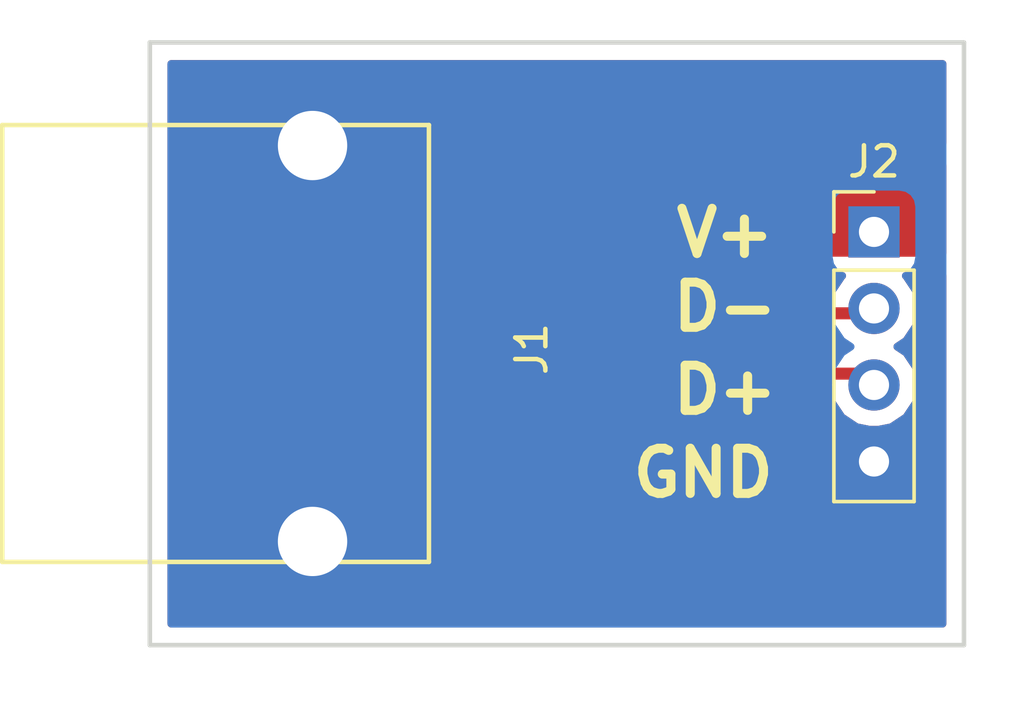
<source format=kicad_pcb>
(kicad_pcb (version 20171130) (host pcbnew 5.0.2-bee76a0~70~ubuntu18.04.1)

  (general
    (thickness 1.6)
    (drawings 8)
    (tracks 4)
    (zones 0)
    (modules 2)
    (nets 5)
  )

  (page A4)
  (layers
    (0 F.Cu signal)
    (31 B.Cu signal)
    (32 B.Adhes user)
    (33 F.Adhes user)
    (34 B.Paste user)
    (35 F.Paste user)
    (36 B.SilkS user)
    (37 F.SilkS user)
    (38 B.Mask user)
    (39 F.Mask user)
    (40 Dwgs.User user)
    (41 Cmts.User user)
    (42 Eco1.User user)
    (43 Eco2.User user)
    (44 Edge.Cuts user)
    (45 Margin user)
    (46 B.CrtYd user)
    (47 F.CrtYd user)
    (48 B.Fab user)
    (49 F.Fab user hide)
  )

  (setup
    (last_trace_width 0.25)
    (trace_clearance 0.2)
    (zone_clearance 0.508)
    (zone_45_only no)
    (trace_min 0.2)
    (segment_width 0.2)
    (edge_width 0.15)
    (via_size 0.8)
    (via_drill 0.4)
    (via_min_size 0.4)
    (via_min_drill 0.3)
    (uvia_size 0.3)
    (uvia_drill 0.1)
    (uvias_allowed no)
    (uvia_min_size 0.2)
    (uvia_min_drill 0.1)
    (pcb_text_width 0.3)
    (pcb_text_size 1.5 1.5)
    (mod_edge_width 0.15)
    (mod_text_size 1 1)
    (mod_text_width 0.15)
    (pad_size 1.524 1.524)
    (pad_drill 0.762)
    (pad_to_mask_clearance 0.051)
    (solder_mask_min_width 0.25)
    (aux_axis_origin 0 0)
    (visible_elements FFFFFF7F)
    (pcbplotparams
      (layerselection 0x010fc_ffffffff)
      (usegerberextensions false)
      (usegerberattributes false)
      (usegerberadvancedattributes false)
      (creategerberjobfile false)
      (excludeedgelayer true)
      (linewidth 0.100000)
      (plotframeref false)
      (viasonmask false)
      (mode 1)
      (useauxorigin false)
      (hpglpennumber 1)
      (hpglpenspeed 20)
      (hpglpendiameter 15.000000)
      (psnegative false)
      (psa4output false)
      (plotreference true)
      (plotvalue true)
      (plotinvisibletext false)
      (padsonsilk false)
      (subtractmaskfromsilk false)
      (outputformat 1)
      (mirror false)
      (drillshape 1)
      (scaleselection 1)
      (outputdirectory ""))
  )

  (net 0 "")
  (net 1 "Net-(J1-Pad1)")
  (net 2 "Net-(J1-Pad2)")
  (net 3 "Net-(J1-Pad3)")
  (net 4 GND)

  (net_class Default "This is the default net class."
    (clearance 0.2)
    (trace_width 0.25)
    (via_dia 0.8)
    (via_drill 0.4)
    (uvia_dia 0.3)
    (uvia_drill 0.1)
    (add_net GND)
    (add_net "Net-(J1-Pad1)")
    (add_net "Net-(J1-Pad2)")
    (add_net "Net-(J1-Pad3)")
  )

  (module Custom_Footprints:USB_A_CNC_1002-002-01100 (layer F.Cu) (tedit 5C233365) (tstamp 5C30A5B7)
    (at 121.158 78.0034 270)
    (path /5C232EC4)
    (fp_text reference J1 (at 3.683 -3.556 270) (layer F.SilkS)
      (effects (font (size 1 1) (thickness 0.15)))
    )
    (fp_text value USB_A (at 4.445 -5.842 270) (layer F.Fab)
      (effects (font (size 1 1) (thickness 0.15)))
    )
    (fp_line (start -3.75 14) (end 10.75 14) (layer F.SilkS) (width 0.15))
    (fp_line (start 10.75 14) (end 10.75 -0.15) (layer F.SilkS) (width 0.15))
    (fp_line (start 10.75 -0.15) (end -3.75 -0.15) (layer F.SilkS) (width 0.15))
    (fp_line (start -3.75 -0.15) (end -3.75 14) (layer F.SilkS) (width 0.15))
    (pad 1 smd rect (at 0 0 270) (size 0.8 2.82) (layers F.Cu F.Paste F.Mask)
      (net 1 "Net-(J1-Pad1)"))
    (pad 2 smd rect (at 2.5 0 270) (size 0.8 2.82) (layers F.Cu F.Paste F.Mask)
      (net 2 "Net-(J1-Pad2)"))
    (pad 3 smd rect (at 4.5 0 270) (size 0.8 2.82) (layers F.Cu F.Paste F.Mask)
      (net 3 "Net-(J1-Pad3)"))
    (pad 4 smd rect (at 7 0 270) (size 0.8 2.82) (layers F.Cu F.Paste F.Mask)
      (net 4 GND))
    (pad 5 thru_hole circle (at -3.07 3.71 270) (size 3.25 3.25) (drill 2.3) (layers *.Cu *.Mask)
      (net 4 GND))
    (pad 5 thru_hole circle (at 10.07 3.71 270) (size 3.25 3.25) (drill 2.3) (layers *.Cu *.Mask)
      (net 4 GND))
  )

  (module Connector_PinHeader_2.54mm:PinHeader_1x04_P2.54mm_Vertical (layer F.Cu) (tedit 59FED5CC) (tstamp 5C30A5CF)
    (at 136.0678 77.8002)
    (descr "Through hole straight pin header, 1x04, 2.54mm pitch, single row")
    (tags "Through hole pin header THT 1x04 2.54mm single row")
    (path /5C233008)
    (fp_text reference J2 (at 0 -2.33) (layer F.SilkS)
      (effects (font (size 1 1) (thickness 0.15)))
    )
    (fp_text value Conn_01x04_Male (at 0 9.95) (layer F.Fab)
      (effects (font (size 1 1) (thickness 0.15)))
    )
    (fp_line (start -0.635 -1.27) (end 1.27 -1.27) (layer F.Fab) (width 0.1))
    (fp_line (start 1.27 -1.27) (end 1.27 8.89) (layer F.Fab) (width 0.1))
    (fp_line (start 1.27 8.89) (end -1.27 8.89) (layer F.Fab) (width 0.1))
    (fp_line (start -1.27 8.89) (end -1.27 -0.635) (layer F.Fab) (width 0.1))
    (fp_line (start -1.27 -0.635) (end -0.635 -1.27) (layer F.Fab) (width 0.1))
    (fp_line (start -1.33 8.95) (end 1.33 8.95) (layer F.SilkS) (width 0.12))
    (fp_line (start -1.33 1.27) (end -1.33 8.95) (layer F.SilkS) (width 0.12))
    (fp_line (start 1.33 1.27) (end 1.33 8.95) (layer F.SilkS) (width 0.12))
    (fp_line (start -1.33 1.27) (end 1.33 1.27) (layer F.SilkS) (width 0.12))
    (fp_line (start -1.33 0) (end -1.33 -1.33) (layer F.SilkS) (width 0.12))
    (fp_line (start -1.33 -1.33) (end 0 -1.33) (layer F.SilkS) (width 0.12))
    (fp_line (start -1.8 -1.8) (end -1.8 9.4) (layer F.CrtYd) (width 0.05))
    (fp_line (start -1.8 9.4) (end 1.8 9.4) (layer F.CrtYd) (width 0.05))
    (fp_line (start 1.8 9.4) (end 1.8 -1.8) (layer F.CrtYd) (width 0.05))
    (fp_line (start 1.8 -1.8) (end -1.8 -1.8) (layer F.CrtYd) (width 0.05))
    (fp_text user %R (at 0 3.81 90) (layer F.Fab)
      (effects (font (size 1 1) (thickness 0.15)))
    )
    (pad 1 thru_hole rect (at 0 0) (size 1.7 1.7) (drill 1) (layers *.Cu *.Mask)
      (net 1 "Net-(J1-Pad1)"))
    (pad 2 thru_hole oval (at 0 2.54) (size 1.7 1.7) (drill 1) (layers *.Cu *.Mask)
      (net 2 "Net-(J1-Pad2)"))
    (pad 3 thru_hole oval (at 0 5.08) (size 1.7 1.7) (drill 1) (layers *.Cu *.Mask)
      (net 3 "Net-(J1-Pad3)"))
    (pad 4 thru_hole oval (at 0 7.62) (size 1.7 1.7) (drill 1) (layers *.Cu *.Mask)
      (net 4 GND))
    (model ${KISYS3DMOD}/Connector_PinHeader_2.54mm.3dshapes/PinHeader_1x04_P2.54mm_Vertical.wrl
      (at (xyz 0 0 0))
      (scale (xyz 1 1 1))
      (rotate (xyz 0 0 0))
    )
  )

  (gr_line (start 112.0521 71.5137) (end 139.0521 71.5137) (layer Edge.Cuts) (width 0.15))
  (gr_line (start 139.0521 71.5137) (end 139.0521 91.5137) (layer Edge.Cuts) (width 0.15))
  (gr_line (start 139.0521 91.5137) (end 112.0521 91.5137) (layer Edge.Cuts) (width 0.15))
  (gr_line (start 112.0521 91.5137) (end 112.0521 71.5137) (layer Edge.Cuts) (width 0.15))
  (gr_text GND (at 130.4036 85.8012) (layer F.SilkS)
    (effects (font (size 1.5 1.5) (thickness 0.3)))
  )
  (gr_text D+ (at 131.1275 83.0453) (layer F.SilkS)
    (effects (font (size 1.5 1.5) (thickness 0.3)))
  )
  (gr_text D- (at 131.1275 80.2894) (layer F.SilkS)
    (effects (font (size 1.5 1.5) (thickness 0.3)))
  )
  (gr_text V+ (at 131.1275 77.8383) (layer F.SilkS)
    (effects (font (size 1.5 1.5) (thickness 0.3)))
  )

  (segment (start 135.9046 80.5034) (end 136.0678 80.3402) (width 0.25) (layer F.Cu) (net 2))
  (segment (start 121.158 80.5034) (end 135.9046 80.5034) (width 0.4) (layer F.Cu) (net 2))
  (segment (start 135.691 82.5034) (end 136.0678 82.8802) (width 0.25) (layer F.Cu) (net 3))
  (segment (start 121.158 82.5034) (end 135.691 82.5034) (width 0.4) (layer F.Cu) (net 3))

  (zone (net 1) (net_name "Net-(J1-Pad1)") (layer F.Cu) (tstamp 0) (hatch edge 0.508)
    (priority 1)
    (connect_pads yes (clearance 0.508))
    (min_thickness 0.254)
    (fill yes (arc_segments 16) (thermal_gap 0.508) (thermal_bridge_width 0.508))
    (polygon
      (pts
        (xy 119.5451 78.613) (xy 140.4239 78.6257) (xy 140.3858 75.4761) (xy 124.5616 75.4761) (xy 119.5451 77.4827)
        (xy 119.5578 78.613)
      )
    )
    (filled_polygon
      (pts
        (xy 138.3421 78.497434) (xy 119.683382 78.486084) (xy 119.67307 77.568296) (xy 124.58606 75.6031) (xy 138.3421 75.6031)
      )
    )
  )
  (zone (net 4) (net_name GND) (layer F.Cu) (tstamp 0) (hatch edge 0.508)
    (connect_pads yes (clearance 0.508))
    (min_thickness 0.254)
    (fill yes (arc_segments 16) (thermal_gap 0.508) (thermal_bridge_width 0.508))
    (polygon
      (pts
        (xy 140.8557 70.6374) (xy 140.9065 93.3958) (xy 110.6043 93.345) (xy 110.7821 70.5866)
      )
    )
    (filled_polygon
      (pts
        (xy 138.3421 74.8411) (xy 124.5616 74.8411) (xy 124.325767 74.886517) (xy 119.309267 76.893117) (xy 119.091071 77.03876)
        (xy 118.955743 77.246303) (xy 118.91014 77.489834) (xy 118.922081 78.552572) (xy 118.9101 78.612614) (xy 118.958289 78.855647)
        (xy 119.095814 79.06174) (xy 119.301739 79.199516) (xy 119.544714 79.248) (xy 135.015381 79.25741) (xy 134.997175 79.269575)
        (xy 134.730689 79.6684) (xy 123.04105 79.6684) (xy 123.025809 79.645591) (xy 122.815765 79.505243) (xy 122.568 79.45596)
        (xy 119.748 79.45596) (xy 119.500235 79.505243) (xy 119.290191 79.645591) (xy 119.149843 79.855635) (xy 119.10056 80.1034)
        (xy 119.10056 80.9034) (xy 119.149843 81.151165) (xy 119.290191 81.361209) (xy 119.500235 81.501557) (xy 119.5095 81.5034)
        (xy 119.500235 81.505243) (xy 119.290191 81.645591) (xy 119.149843 81.855635) (xy 119.10056 82.1034) (xy 119.10056 82.9034)
        (xy 119.149843 83.151165) (xy 119.290191 83.361209) (xy 119.500235 83.501557) (xy 119.748 83.55084) (xy 122.568 83.55084)
        (xy 122.815765 83.501557) (xy 123.025809 83.361209) (xy 123.04105 83.3384) (xy 134.644849 83.3384) (xy 134.668961 83.459618)
        (xy 134.997175 83.950825) (xy 135.488382 84.279039) (xy 135.921544 84.3652) (xy 136.214056 84.3652) (xy 136.647218 84.279039)
        (xy 137.138425 83.950825) (xy 137.466639 83.459618) (xy 137.581892 82.8802) (xy 137.466639 82.300782) (xy 137.138425 81.809575)
        (xy 136.840039 81.6102) (xy 137.138425 81.410825) (xy 137.466639 80.919618) (xy 137.581892 80.3402) (xy 137.466639 79.760782)
        (xy 137.138425 79.269575) (xy 137.122137 79.258692) (xy 138.3421 79.259434) (xy 138.342101 90.8037) (xy 112.7621 90.8037)
        (xy 112.7621 72.2237) (xy 138.3421 72.2237)
      )
    )
  )
  (zone (net 4) (net_name GND) (layer B.Cu) (tstamp 0) (hatch edge 0.508)
    (connect_pads yes (clearance 0.508))
    (min_thickness 0.254)
    (fill yes (arc_segments 16) (thermal_gap 0.508) (thermal_bridge_width 0.508))
    (polygon
      (pts
        (xy 141.0462 70.4088) (xy 140.9446 93.0148) (xy 110.6297 93.1545) (xy 110.871 70.104) (xy 140.9954 70.5485)
      )
    )
    (filled_polygon
      (pts
        (xy 138.342101 90.8037) (xy 112.7621 90.8037) (xy 112.7621 80.3402) (xy 134.553708 80.3402) (xy 134.668961 80.919618)
        (xy 134.997175 81.410825) (xy 135.295561 81.6102) (xy 134.997175 81.809575) (xy 134.668961 82.300782) (xy 134.553708 82.8802)
        (xy 134.668961 83.459618) (xy 134.997175 83.950825) (xy 135.488382 84.279039) (xy 135.921544 84.3652) (xy 136.214056 84.3652)
        (xy 136.647218 84.279039) (xy 137.138425 83.950825) (xy 137.466639 83.459618) (xy 137.581892 82.8802) (xy 137.466639 82.300782)
        (xy 137.138425 81.809575) (xy 136.840039 81.6102) (xy 137.138425 81.410825) (xy 137.466639 80.919618) (xy 137.581892 80.3402)
        (xy 137.466639 79.760782) (xy 137.138425 79.269575) (xy 137.120181 79.257384) (xy 137.165565 79.248357) (xy 137.375609 79.108009)
        (xy 137.515957 78.897965) (xy 137.56524 78.6502) (xy 137.56524 76.9502) (xy 137.515957 76.702435) (xy 137.375609 76.492391)
        (xy 137.165565 76.352043) (xy 136.9178 76.30276) (xy 135.2178 76.30276) (xy 134.970035 76.352043) (xy 134.759991 76.492391)
        (xy 134.619643 76.702435) (xy 134.57036 76.9502) (xy 134.57036 78.6502) (xy 134.619643 78.897965) (xy 134.759991 79.108009)
        (xy 134.970035 79.248357) (xy 135.015419 79.257384) (xy 134.997175 79.269575) (xy 134.668961 79.760782) (xy 134.553708 80.3402)
        (xy 112.7621 80.3402) (xy 112.7621 72.2237) (xy 138.3421 72.2237)
      )
    )
  )
)

</source>
